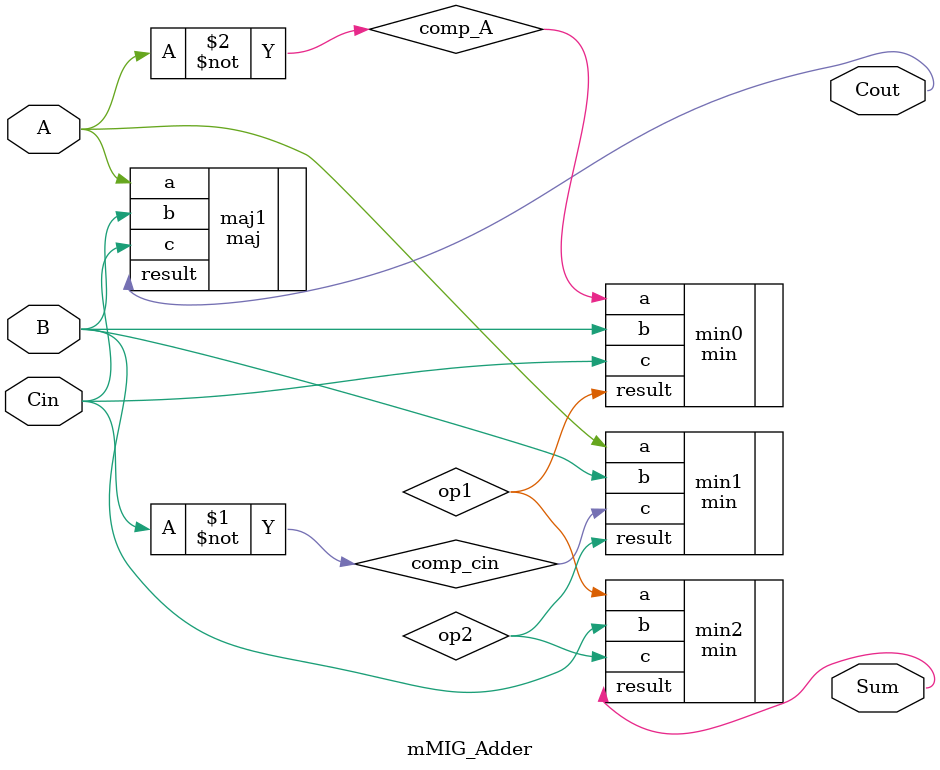
<source format=v>
`include "maj.v"
`include "min.v"
module mMIG_Adder(
    input wire A,  
    input wire B,  
    input wire Cin,  
    output wire Sum,  
    output wire Cout  
);
    wire op1;
    wire op2;
    wire op3;
    wire comp_cin, comp_A, comp_B;
    assign comp_cin = ~Cin; 
    assign comp_A = ~A;
    assign comp_B = ~B;

    //Using minority majority
    maj maj1(.a(A), .b(B), .c(Cin), .result(Cout));//Cout
    
    min min0(.a(comp_A), .b(B), .c(Cin), .result(op1));  
    min min1(.a(A), .b(B), .c(comp_cin), .result(op2) );
    min min2(.a(op1), .b(B), .c(op2), .result(Sum));//Sum
endmodule


</source>
